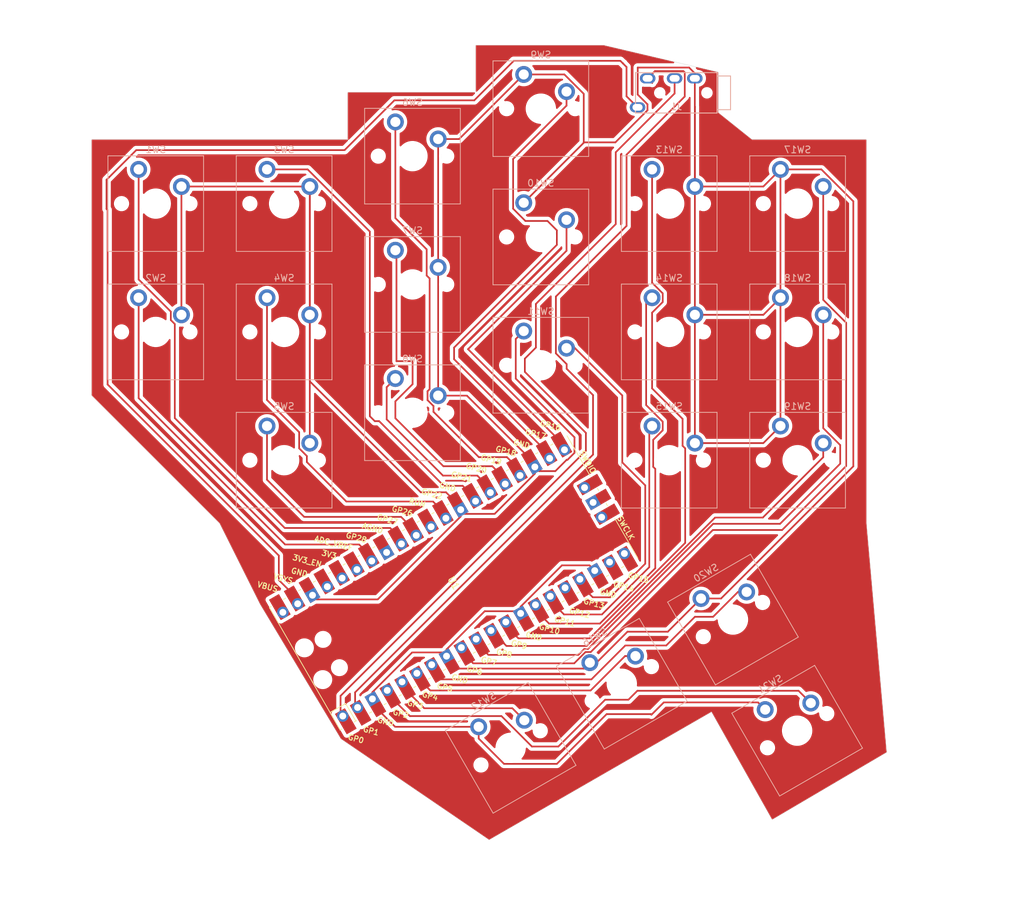
<source format=kicad_pcb>
(kicad_pcb (version 20221018) (generator pcbnew)
  (layers (0 "F.Cu" signal) (31 "B.Cu" signal) (34 "B.Paste" user) (35 "F.Paste" user) (36 "B.SilkS" user "B.Silkscreen") (37 "F.SilkS" user "F.Silkscreen") (38 "B.Mask" user) (39 "F.Mask" user) (44 "Edge.Cuts" user))
  (net 0 "")
  (net 1 "9")
  (net 2 "10")
  (net 3 "11")
  (net 4 "13")
  (net 5 "16")
  (net 6 "17")
  (net 7 "18")
  (net 8 "19")
  (net 9 "20")
  (net 10 "27")
  (net 11 "28")
  (net 12 "21")
  (net 13 "22")
  (net 14 "26")
  (net 15 "GND")
  (net 16 "3v3")
  (net 28 "0")
  (net 29 "1")
  (net 30 "3")
  (net 31 "4")
  (net 32 "6")
  (net 33 "7")
  (net 34 "8")
  (net 35 "5")
  (net 36 "2")
  (footprint "MCU_RaspberryPi_and_Boards:RPi_Pico_SMD_TH" (layer "F.Cu") (at 146.440088 105.218084 120)
    (fp_text reference "U1")
    (fp_text value "Pico")
  )
  (footprint "MJ-4PP-9:MJ-4PP-9" (layer "B.Cu") (at 179.485 32.395 180)
    (fp_text reference "J1")
    (fp_text value "MJ-4PP-9")
  )
  (footprint "ScottoKeebs_MX:MX_PCB_1.00u" (layer "B.Cu") (at 102.235 48.895 180)
    (fp_text reference "SW1")
    (fp_text value "CherryMX")
  )
  (footprint "ScottoKeebs_MX:MX_PCB_1.00u" (layer "B.Cu") (at 102.235 67.945 180)
    (fp_text reference "SW2")
    (fp_text value "CherryMX")
  )
  (footprint "ScottoKeebs_MX:MX_PCB_1.00u" (layer "B.Cu") (at 121.285 48.895 180)
    (fp_text reference "SW3")
    (fp_text value "CherryMX")
  )
  (footprint "ScottoKeebs_MX:MX_PCB_1.00u" (layer "B.Cu") (at 121.285 67.945 180)
    (fp_text reference "SW4")
    (fp_text value "CherryMX")
  )
  (footprint "ScottoKeebs_MX:MX_PCB_1.00u" (layer "B.Cu") (at 121.285 86.995 180)
    (fp_text reference "SW5")
    (fp_text value "CherryMX")
  )
  (footprint "ScottoKeebs_MX:MX_PCB_1.00u" (layer "B.Cu") (at 140.335 41.845 180)
    (fp_text reference "SW6")
    (fp_text value "CherryMX")
  )
  (footprint "ScottoKeebs_MX:MX_PCB_1.00u" (layer "B.Cu") (at 140.335 60.895 180)
    (fp_text reference "SW7")
    (fp_text value "CherryMX")
  )
  (footprint "ScottoKeebs_MX:MX_PCB_1.00u" (layer "B.Cu") (at 140.335 79.945 180)
    (fp_text reference "SW8")
    (fp_text value "CherryMX")
  )
  (footprint "ScottoKeebs_MX:MX_PCB_1.00u" (layer "B.Cu") (at 159.385 34.795 180)
    (fp_text reference "SW9")
    (fp_text value "CherryMX")
  )
  (footprint "ScottoKeebs_MX:MX_PCB_1.00u" (layer "B.Cu") (at 159.385 53.845 180)
    (fp_text reference "SW10")
    (fp_text value "CherryMX")
  )
  (footprint "ScottoKeebs_MX:MX_PCB_1.00u" (layer "B.Cu") (at 159.385 72.895 180)
    (fp_text reference "SW11")
    (fp_text value "CherryMX")
  )
  (footprint "ScottoKeebs_MX:MX_PCB_1.00u" (layer "B.Cu") (at 154.899859 129.709567 -150)
    (fp_text reference "SW12")
    (fp_text value "CherryMX")
  )
  (footprint "ScottoKeebs_MX:MX_PCB_1.00u" (layer "B.Cu") (at 178.435 48.895 180)
    (fp_text reference "SW13")
    (fp_text value "CherryMX")
  )
  (footprint "ScottoKeebs_MX:MX_PCB_1.00u" (layer "B.Cu") (at 178.435 67.945 180)
    (fp_text reference "SW14")
    (fp_text value "CherryMX")
  )
  (footprint "ScottoKeebs_MX:MX_PCB_1.00u" (layer "B.Cu") (at 178.435 86.995 180)
    (fp_text reference "SW15")
    (fp_text value "CherryMX")
  )
  (footprint "ScottoKeebs_MX:MX_PCB_1.00u" (layer "B.Cu") (at 171.397643 120.184567 -150)
    (fp_text reference "SW16")
    (fp_text value "CherryMX")
  )
  (footprint "ScottoKeebs_MX:MX_PCB_1.00u" (layer "B.Cu") (at 197.485 48.895 180)
    (fp_text reference "SW17")
    (fp_text value "CherryMX")
  )
  (footprint "ScottoKeebs_MX:MX_PCB_1.00u" (layer "B.Cu") (at 197.485 67.945 180)
    (fp_text reference "SW18")
    (fp_text value "CherryMX")
  )
  (footprint "ScottoKeebs_MX:MX_PCB_1.00u" (layer "B.Cu") (at 197.485 86.995 180)
    (fp_text reference "SW19")
    (fp_text value "CherryMX")
  )
  (footprint "ScottoKeebs_MX:MX_PCB_1.00u" (layer "B.Cu") (at 187.895427 110.659567 -150)
    (fp_text reference "SW20")
    (fp_text value "CherryMX")
  )
  (footprint "ScottoKeebs_MX:MX_PCB_1.00u" (layer "B.Cu") (at 197.420427 127.157351 -150)
    (fp_text reference "SW21")
    (fp_text value "CherryMX")
  )
  (gr_poly (pts (xy 92.71 39.37) (xy 130.71 39.37) (xy 130.71 32.37) (xy 149.71 32.37) (xy 149.71 25.37) (xy 168.71 25.37) (xy 185.71 29.37) (xy 185.71 35.37) (xy 190.71 39.37) (xy 207.71 39.37) (xy 207.71 96.37) (xy 210.71 130.37) (xy 193.71 140.37) (xy 184.71 124.37) (xy 151.71 143.37) (xy 129.71 128.37) (xy 117.71 108.37) (xy 111.71 96.37) (xy 92.71 77.37)) (stroke (width 0.05)) (fill none) (layer "Edge.Cuts"))
  (segment (start 175.895 60.64434) (end 177.47 62.21934) (width 0.25) (layer "F.Cu") (net 1))
  (segment (start 180.81 85.24066) (end 180.81 99.27) (width 0.25) (layer "F.Cu") (net 1))
  (segment (start 177.47 63.51066) (end 175.895 65.08566) (width 0.25) (layer "F.Cu") (net 1))
  (segment (start 175.895 76.335) (end 180.42 80.86) (width 0.25) (layer "F.Cu") (net 1))
  (segment (start 180.42 80.86) (end 180.42 84.85066) (width 0.25) (layer "F.Cu") (net 1))
  (segment (start 177.47 62.21934) (end 177.47 63.51066) (width 0.25) (layer "F.Cu") (net 1))
  (segment (start 175.895 65.08566) (end 175.895 76.335) (width 0.25) (layer "F.Cu") (net 1))
  (segment (start 180.81 99.27) (end 166.63 113.45) (width 0.25) (layer "F.Cu") (net 1))
  (segment (start 154.184645 111.574645) (end 154.184645 111.01205) (width 0.25) (layer "F.Cu") (net 1))
  (segment (start 156.06 113.45) (end 154.184645 111.574645) (width 0.25) (layer "F.Cu") (net 1))
  (segment (start 166.63 113.45) (end 156.06 113.45) (width 0.25) (layer "F.Cu") (net 1))
  (segment (start 175.895 43.815) (end 175.895 60.64434) (width 0.25) (layer "F.Cu") (net 1))
  (segment (start 180.42 84.85066) (end 180.81 85.24066) (width 0.25) (layer "F.Cu") (net 1))
  (segment (start 176.06 87.978757) (end 176.37 88.288757) (width 0.25) (layer "F.Cu") (net 2))
  (segment (start 177.47 81.26934) (end 177.47 82.56066) (width 0.25) (layer "F.Cu") (net 2))
  (segment (start 160.6 111.25) (end 158.584054 109.234054) (width 0.25) (layer "F.Cu") (net 2))
  (segment (start 175.014479 78.813819) (end 177.47 81.26934) (width 0.25) (layer "F.Cu") (net 2))
  (segment (start 175.014479 63.745521) (end 175.014479 78.813819) (width 0.25) (layer "F.Cu") (net 2))
  (segment (start 158.584054 109.234054) (end 158.584054 108.47205) (width 0.25) (layer "F.Cu") (net 2))
  (segment (start 168.15 111.25) (end 160.6 111.25) (width 0.25) (layer "F.Cu") (net 2))
  (segment (start 177.47 82.56066) (end 176.06 83.97066) (width 0.25) (layer "F.Cu") (net 2))
  (segment (start 175.895 62.865) (end 175.014479 63.745521) (width 0.25) (layer "F.Cu") (net 2))
  (segment (start 176.37 88.288757) (end 176.37 103.03) (width 0.25) (layer "F.Cu") (net 2))
  (segment (start 176.06 83.97066) (end 176.06 87.978757) (width 0.25) (layer "F.Cu") (net 2))
  (segment (start 176.37 103.03) (end 168.15 111.25) (width 0.25) (layer "F.Cu") (net 2))
  (segment (start 175.48 82.33) (end 175.48 102.87) (width 0.25) (layer "F.Cu") (net 3))
  (segment (start 175.48 102.87) (end 168.45 109.9) (width 0.25) (layer "F.Cu") (net 3))
  (segment (start 175.895 81.915) (end 175.48 82.33) (width 0.25) (layer "F.Cu") (net 3))
  (segment (start 162.83 109.9) (end 160.783758 107.853758) (width 0.25) (layer "F.Cu") (net 3))
  (segment (start 168.45 109.9) (end 162.83 109.9) (width 0.25) (layer "F.Cu") (net 3))
  (segment (start 160.783758 107.853758) (end 160.783758 107.20205) (width 0.25) (layer "F.Cu") (net 3))
  (segment (start 171.47 77.38) (end 171.47 87.323604) (width 0.25) (layer "F.Cu") (net 4))
  (segment (start 164.445 70.355) (end 171.47 77.38) (width 0.25) (layer "F.Cu") (net 4))
  (segment (start 171.47 87.323604) (end 174.88 90.733604) (width 0.25) (layer "F.Cu") (net 4))
  (segment (start 173.342983 103.897017) (end 173.122983 103.897017) (width 0.25) (layer "F.Cu") (net 4))
  (segment (start 167.09 107.35) (end 165.183167 105.443167) (width 0.25) (layer "F.Cu") (net 4))
  (segment (start 174.88 90.733604) (end 174.88 102.36) (width 0.25) (layer "F.Cu") (net 4))
  (segment (start 169.67 107.35) (end 167.09 107.35) (width 0.25) (layer "F.Cu") (net 4))
  (segment (start 174.88 102.36) (end 173.342983 103.897017) (width 0.25) (layer "F.Cu") (net 4))
  (segment (start 165.183167 105.443167) (end 165.183167 104.66205) (width 0.25) (layer "F.Cu") (net 4))
  (segment (start 163.195 70.355) (end 164.445 70.355) (width 0.25) (layer "F.Cu") (net 4))
  (segment (start 173.122983 103.897017) (end 169.67 107.35) (width 0.25) (layer "F.Cu") (net 4))
  (segment (start 148.58 70.509999) (end 162.892281 84.822281) (width 0.25) (layer "F.Cu") (net 5))
  (segment (start 163.195 51.305) (end 163.195 55.895) (width 0.25) (layer "F.Cu") (net 5))
  (segment (start 163.195 55.895) (end 148.58 70.509999) (width 0.25) (layer "F.Cu") (net 5))
  (segment (start 162.892281 84.822281) (end 162.892281 85.454118) (width 0.25) (layer "F.Cu") (net 5))
  (segment (start 160.692576 86.182576) (end 160.692576 86.724118) (width 0.25) (layer "F.Cu") (net 6))
  (segment (start 163.195 32.255) (end 163.195 34.343757) (width 0.25) (layer "F.Cu") (net 6))
  (segment (start 155.27 49.65) (end 157.09 51.47) (width 0.25) (layer "F.Cu") (net 6))
  (segment (start 160.368757 51.47) (end 161.76 52.861243) (width 0.25) (layer "F.Cu") (net 6))
  (segment (start 146.51 72) (end 160.692576 86.182576) (width 0.25) (layer "F.Cu") (net 6))
  (segment (start 161.76 55.02) (end 146.51 70.27) (width 0.25) (layer "F.Cu") (net 6))
  (segment (start 163.195 34.343757) (end 155.27 42.268757) (width 0.25) (layer "F.Cu") (net 6))
  (segment (start 146.51 70.27) (end 146.51 72) (width 0.25) (layer "F.Cu") (net 6))
  (segment (start 155.27 42.268757) (end 155.27 49.65) (width 0.25) (layer "F.Cu") (net 6))
  (segment (start 161.76 52.861243) (end 161.76 55.02) (width 0.25) (layer "F.Cu") (net 6))
  (segment (start 157.09 51.47) (end 160.368757 51.47) (width 0.25) (layer "F.Cu") (net 6))
  (segment (start 142.87967 76.44967) (end 142.57 76.75934) (width 0.25) (layer "F.Cu") (net 7))
  (segment (start 142.57 76.75934) (end 142.57 78.073604) (width 0.25) (layer "F.Cu") (net 7))
  (segment (start 143.45 79.81) (end 150.18 86.54) (width 0.25) (layer "F.Cu") (net 7))
  (segment (start 137.795 36.765) (end 137.795 51.045) (width 0.25) (layer "F.Cu") (net 7))
  (segment (start 150.18 86.54) (end 154.35 86.54) (width 0.25) (layer "F.Cu") (net 7))
  (segment (start 142.57 78.073604) (end 143.45 78.953604) (width 0.25) (layer "F.Cu") (net 7))
  (segment (start 137.795 51.045) (end 142.44 55.69) (width 0.25) (layer "F.Cu") (net 7))
  (segment (start 142.87967 60.00967) (end 142.87967 76.44967) (width 0.25) (layer "F.Cu") (net 7))
  (segment (start 143.45 78.953604) (end 143.45 79.81) (width 0.25) (layer "F.Cu") (net 7))
  (segment (start 156.293167 88.483167) (end 156.293167 89.264118) (width 0.25) (layer "F.Cu") (net 7))
  (segment (start 154.35 86.54) (end 156.293167 88.483167) (width 0.25) (layer "F.Cu") (net 7))
  (segment (start 142.44 59.57) (end 142.87967 60.00967) (width 0.25) (layer "F.Cu") (net 7))
  (segment (start 142.44 55.69) (end 142.44 59.57) (width 0.25) (layer "F.Cu") (net 7))
  (segment (start 137.795 78.26) (end 137.795 80.763757) (width 0.25) (layer "F.Cu") (net 8))
  (segment (start 154.093463 89.803463) (end 154.093463 90.534118) (width 0.25) (layer "F.Cu") (net 8))
  (segment (start 140.35 75.705) (end 137.795 78.26) (width 0.25) (layer "F.Cu") (net 8))
  (segment (start 137.795 80.763757) (end 144.921243 87.89) (width 0.25) (layer "F.Cu") (net 8))
  (segment (start 144.921243 87.89) (end 152.18 87.89) (width 0.25) (layer "F.Cu") (net 8))
  (segment (start 152.18 87.89) (end 154.093463 89.803463) (width 0.25) (layer "F.Cu") (net 8))
  (segment (start 140.35 72.29) (end 140.35 75.705) (width 0.25) (layer "F.Cu") (net 8))
  (segment (start 137.96 55.98) (end 137.96 72.29) (width 0.25) (layer "F.Cu") (net 8))
  (segment (start 137.96 72.29) (end 140.35 72.29) (width 0.25) (layer "F.Cu") (net 8))
  (segment (start 137.795 55.815) (end 137.96 55.98) (width 0.25) (layer "F.Cu") (net 8))
  (segment (start 136.505 80.925) (end 144.86 89.28) (width 0.25) (layer "F.Cu") (net 9))
  (segment (start 149.96 89.28) (end 151.893758 91.213758) (width 0.25) (layer "F.Cu") (net 9))
  (segment (start 151.893758 91.213758) (end 151.893758 91.804118) (width 0.25) (layer "F.Cu") (net 9))
  (segment (start 137.795 74.865) (end 136.505 76.155) (width 0.25) (layer "F.Cu") (net 9))
  (segment (start 144.86 89.28) (end 149.96 89.28) (width 0.25) (layer "F.Cu") (net 9))
  (segment (start 136.505 76.155) (end 136.505 80.925) (width 0.25) (layer "F.Cu") (net 9))
  (segment (start 104.47 64.93) (end 104.47 66.184847) (width 0.25) (layer "F.Cu") (net 10))
  (segment (start 138.695531 98.725531) (end 138.695531 99.424118) (width 0.25) (layer "F.Cu") (net 10))
  (segment (start 104.47 66.184847) (end 105.06 66.774847) (width 0.25) (layer "F.Cu") (net 10))
  (segment (start 137.03 97.06) (end 138.695531 98.725531) (width 0.25) (layer "F.Cu") (net 10))
  (segment (start 105.06 80.74) (end 121.38 97.06) (width 0.25) (layer "F.Cu") (net 10))
  (segment (start 99.695 60.155) (end 104.47 64.93) (width 0.25) (layer "F.Cu") (net 10))
  (segment (start 121.38 97.06) (end 137.03 97.06) (width 0.25) (layer "F.Cu") (net 10))
  (segment (start 105.06 66.774847) (end 105.06 80.74) (width 0.25) (layer "F.Cu") (net 10))
  (segment (start 99.695 43.815) (end 99.695 60.155) (width 0.25) (layer "F.Cu") (net 10))
  (segment (start 99.695 77.775) (end 121.43 99.51) (width 0.25) (layer "F.Cu") (net 11))
  (segment (start 121.43 99.51) (end 132.41 99.51) (width 0.25) (layer "F.Cu") (net 11))
  (segment (start 132.41 99.51) (end 134.296122 101.396122) (width 0.25) (layer "F.Cu") (net 11))
  (segment (start 99.695 62.865) (end 99.695 77.775) (width 0.25) (layer "F.Cu") (net 11))
  (segment (start 134.296122 101.396122) (end 134.296122 101.964118) (width 0.25) (layer "F.Cu") (net 11))
  (segment (start 124.77566 43.815) (end 134.005 53.04434) (width 0.25) (layer "F.Cu") (net 12))
  (segment (start 144.99 90.8) (end 147.79 90.8) (width 0.25) (layer "F.Cu") (net 12))
  (segment (start 147.79 90.8) (end 149.694054 92.704054) (width 0.25) (layer "F.Cu") (net 12))
  (segment (start 134.737233 81.195) (end 135.385 81.195) (width 0.25) (layer "F.Cu") (net 12))
  (segment (start 118.745 43.815) (end 124.77566 43.815) (width 0.25) (layer "F.Cu") (net 12))
  (segment (start 134.005 80.462767) (end 134.737233 81.195) (width 0.25) (layer "F.Cu") (net 12))
  (segment (start 149.694054 92.704054) (end 149.694054 93.074118) (width 0.25) (layer "F.Cu") (net 12))
  (segment (start 134.005 53.04434) (end 134.005 80.462767) (width 0.25) (layer "F.Cu") (net 12))
  (segment (start 135.385 81.195) (end 144.99 90.8) (width 0.25) (layer "F.Cu") (net 12))
  (segment (start 145.294645 95.044645) (end 145.294645 95.614118) (width 0.25) (layer "F.Cu") (net 13))
  (segment (start 123.52 82.83) (end 123.52 85.234847) (width 0.25) (layer "F.Cu") (net 13))
  (segment (start 124.66 86.374847) (end 124.66 87.27) (width 0.25) (layer "F.Cu") (net 13))
  (segment (start 123.52 85.234847) (end 124.66 86.374847) (width 0.25) (layer "F.Cu") (net 13))
  (segment (start 143.38 93.13) (end 145.294645 95.044645) (width 0.25) (layer "F.Cu") (net 13))
  (segment (start 118.745 62.865) (end 118.745 78.055) (width 0.25) (layer "F.Cu") (net 13))
  (segment (start 130.52 93.13) (end 143.38 93.13) (width 0.25) (layer "F.Cu") (net 13))
  (segment (start 118.745 78.055) (end 123.52 82.83) (width 0.25) (layer "F.Cu") (net 13))
  (segment (start 124.66 87.27) (end 130.52 93.13) (width 0.25) (layer "F.Cu") (net 13))
  (segment (start 118.745 81.915) (end 118.745 89.895) (width 0.25) (layer "F.Cu") (net 14))
  (segment (start 138.64 95.41) (end 140.895236 97.665236) (width 0.25) (layer "F.Cu") (net 14))
  (segment (start 124.26 95.41) (end 138.64 95.41) (width 0.25) (layer "F.Cu") (net 14))
  (segment (start 118.745 89.895) (end 124.26 95.41) (width 0.25) (layer "F.Cu") (net 14))
  (segment (start 140.895236 97.665236) (end 140.895236 98.154118) (width 0.25) (layer "F.Cu") (net 14))
  (segment (start 150.160154 128.328619) (end 150.160154 126.580158) (width 0.25) (layer "F.Cu") (net 15))
  (segment (start 182.235 46.345) (end 182.245 46.355) (width 0.25) (layer "F.Cu") (net 15))
  (segment (start 158.492872 87.994118) (end 159.115115 88.616361) (width 0.25) (layer "F.Cu") (net 15))
  (segment (start 205.76 48.56) (end 201.015 43.815) (width 0.25) (layer "F.Cu") (net 15))
  (segment (start 158.492872 88.996276) (end 158.492872 87.994118) (width 0.25) (layer "F.Cu") (net 15))
  (segment (start 164.378403 85.899859) (end 164.378403 83.598403) (width 0.25) (layer "F.Cu") (net 15))
  (segment (start 140.287196 115.54) (end 144.833777 115.54) (width 0.25) (layer "F.Cu") (net 15))
  (segment (start 175.208731 35.037512) (end 170.446243 39.8) (width 0.25) (layer "F.Cu") (net 15))
  (segment (start 134.387304 121.439892) (end 140.287196 115.54) (width 0.25) (layer "F.Cu") (net 15))
  (segment (start 125.497304 107.044118) (end 126.119547 107.666361) (width 0.25) (layer "F.Cu") (net 15))
  (segment (start 205.76 87.9) (end 205.76 48.56) (width 0.25) (layer "F.Cu") (net 15))
  (segment (start 150.160154 126.580158) (end 137.760158 126.580158) (width 0.25) (layer "F.Cu") (net 15))
  (segment (start 152.522787 94.966361) (end 158.492872 88.996276) (width 0.25) (layer "F.Cu") (net 15))
  (segment (start 156.384349 109.74205) (end 156.384349 108.739892) (width 0.25) (layer "F.Cu") (net 15))
  (segment (start 166.657938 117.055158) (end 165.777417 117.935679) (width 0.25) (layer "F.Cu") (net 15))
  (segment (start 106.045 46.355) (end 125.095 46.355) (width 0.25) (layer "F.Cu") (net 15))
  (segment (start 182.245 46.355) (end 182.245 65.405) (width 0.25) (layer "F.Cu") (net 15))
  (segment (start 183.155722 107.530158) (end 178.22588 112.46) (width 0.25) (layer "F.Cu") (net 15))
  (segment (start 141.57 91.76) (end 145.31 91.76) (width 0.25) (layer "F.Cu") (net 15))
  (segment (start 153.916102 132.084567) (end 150.160154 128.328619) (width 0.25) (layer "F.Cu") (net 15))
  (segment (start 177.63 122.96) (end 175.8 124.79) (width 0.25) (layer "F.Cu") (net 15))
  (segment (start 144.145 39.305) (end 144.145 58.355) (width 0.25) (layer "F.Cu") (net 15))
  (segment (start 148.405 77.405) (end 158.492872 87.492872) (width 0.25) (layer "F.Cu") (net 15))
  (segment (start 144.145 77.405) (end 148.405 77.405) (width 0.25) (layer "F.Cu") (net 15))
  (segment (start 194.945 62.865) (end 194.945 81.915) (width 0.25) (layer "F.Cu") (net 15))
  (segment (start 181.38 28.69) (end 173.761269 28.69) (width 0.25) (layer "F.Cu") (net 15))
  (segment (start 145.385827 116.09205) (end 145.385827 115.089891) (width 0.25) (layer "F.Cu") (net 15))
  (segment (start 156.384349 108.739892) (end 162.514241 102.61) (width 0.25) (layer "F.Cu") (net 15))
  (segment (start 169.15 124.7) (end 161.765433 132.084567) (width 0.25) (layer "F.Cu") (net 15))
  (segment (start 162.514241 102.61) (end 166.600822 102.61) (width 0.25) (layer "F.Cu") (net 15))
  (segment (start 144.145 39.305) (end 147.255 39.305) (width 0.25) (layer "F.Cu") (net 15))
  (segment (start 182.245 34.505) (end 182.235 34.495) (width 0.25) (layer "F.Cu") (net 15))
  (segment (start 182.245 46.355) (end 182.245 34.505) (width 0.25) (layer "F.Cu") (net 15))
  (segment (start 162.87566 29.715) (end 165.75 32.58934) (width 0.25) (layer "F.Cu") (net 15))
  (segment (start 182.235 30.295) (end 182.235 29.545) (width 0.25) (layer "F.Cu") (net 15))
  (segment (start 182.245 84.455) (end 182.245 65.405) (width 0.25) (layer "F.Cu") (net 15))
  (segment (start 156.062299 109.42) (end 156.384349 109.74205) (width 0.25) (layer "F.Cu") (net 15))
  (segment (start 165.75 32.74) (end 165.75 39.8) (width 0.25) (layer "F.Cu") (net 15))
  (segment (start 125.095 65.405) (end 125.095 84.455) (width 0.25) (layer "F.Cu") (net 15))
  (segment (start 165.75 32.58934) (end 165.75 32.74) (width 0.25) (layer "F.Cu") (net 15))
  (segment (start 165.75 39.86) (end 156.845 48.765) (width 0.25) (layer "F.Cu") (net 15))
  (segment (start 182.235 30.295) (end 182.235 46.345) (width 0.25) (layer "F.Cu") (net 15))
  (segment (start 144.145 58.355) (end 144.145 77.405) (width 0.25) (layer "F.Cu") (net 15))
  (segment (start 164.378403 83.598403) (end 155.66 74.88) (width 0.25) (layer "F.Cu") (net 15))
  (segment (start 191.61278 122.96) (end 177.63 122.96) (width 0.25) (layer "F.Cu") (net 15))
  (segment (start 192.680722 124.027942) (end 191.61278 122.96) (width 0.25) (layer "F.Cu") (net 15))
  (segment (start 151.055718 109.42) (end 156.062299 109.42) (width 0.25) (layer "F.Cu") (net 15))
  (segment (start 166.600822 102.61) (end 167.382872 103.39205) (width 0.25) (layer "F.Cu") (net 15))
  (segment (start 201.015 43.815) (end 194.945 43.815) (width 0.25) (layer "F.Cu") (net 15))
  (segment (start 159.115115 88.616361) (end 161.537243 88.616361) (width 0.25) (layer "F.Cu") (net 15))
  (segment (start 147.494349 95.346277) (end 147.494349 94.344118) (width 0.25) (layer "F.Cu") (net 15))
  (segment (start 182.245 65.405) (end 192.405 65.405) (width 0.25) (layer "F.Cu") (net 15))
  (segment (start 192.405 84.455) (end 194.945 81.915) (width 0.25) (layer "F.Cu") (net 15))
  (segment (start 182.235 29.545) (end 181.38 28.69) (width 0.25) (layer "F.Cu") (net 15))
  (segment (start 155.66 74.88) (end 155.66 69) (width 0.25) (layer "F.Cu") (net 15))
  (segment (start 106.045 46.355) (end 106.045 65.405) (width 0.25) (layer "F.Cu") (net 15))
  (segment (start 173.761269 32.701438) (end 175.208731 34.1489) (width 0.25) (layer "F.Cu") (net 15))
  (segment (start 165.75 39.8) (end 165.75 39.86) (width 0.25) (layer "F.Cu") (net 15))
  (segment (start 156.845 29.715) (end 162.87566 29.715) (width 0.25) (layer "F.Cu") (net 15))
  (segment (start 147.494349 93.944349) (end 147.494349 94.344118) (width 0.25) (layer "F.Cu") (net 15))
  (segment (start 148.116592 94.966361) (end 152.522787 94.966361) (width 0.25) (layer "F.Cu") (net 15))
  (segment (start 172.24 112.46) (end 167.644842 117.055158) (width 0.25) (layer "F.Cu") (net 15))
  (segment (start 182.245 84.455) (end 192.405 84.455) (width 0.25) (layer "F.Cu") (net 15))
  (segment (start 163.213365 86.940239) (end 163.338023 86.940239) (width 0.25) (layer "F.Cu") (net 15))
  (segment (start 175.208731 34.1489) (end 175.208731 35.037512) (width 0.25) (layer "F.Cu") (net 15))
  (segment (start 178.22588 112.46) (end 172.24 112.46) (width 0.25) (layer "F.Cu") (net 15))
  (segment (start 125.095 46.355) (end 125.095 75.285) (width 0.25) (layer "F.Cu") (net 15))
  (segment (start 165.777417 117.935679) (end 147.229456 117.935679) (width 0.25) (layer "F.Cu") (net 15))
  (segment (start 183.155722 107.530158) (end 186.129842 107.530158) (width 0.25) (layer "F.Cu") (net 15))
  (segment (start 135.174265 107.666361) (end 147.494349 95.346277) (width 0.25) (layer "F.Cu") (net 15))
  (segment (start 182.245 46.355) (end 192.405 46.355) (width 0.25) (layer "F.Cu") (net 15))
  (segment (start 125.095 46.355) (end 125.095 65.405) (width 0.25) (layer "F.Cu") (net 15))
  (segment (start 163.338023 86.940239) (end 164.378403 85.899859) (width 0.25) (layer "F.Cu") (net 15))
  (segment (start 170.446243 39.8) (end 165.75 39.8) (width 0.25) (layer "F.Cu") (net 15))
  (segment (start 161.765433 132.084567) (end 153.916102 132.084567) (width 0.25) (layer "F.Cu") (net 15))
  (segment (start 192.405 46.355) (end 194.945 43.815) (width 0.25) (layer "F.Cu") (net 15))
  (segment (start 145.385827 115.089891) (end 151.055718 109.42) (width 0.25) (layer "F.Cu") (net 15))
  (segment (start 137.760158 126.580158) (end 134.387304 123.207304) (width 0.25) (layer "F.Cu") (net 15))
  (segment (start 194.945 43.815) (end 194.945 62.865) (width 0.25) (layer "F.Cu") (net 15))
  (segment (start 134.387304 122.44205) (end 134.387304 121.439892) (width 0.25) (layer "F.Cu") (net 15))
  (segment (start 155.66 69) (end 156.845 67.815) (width 0.25) (layer "F.Cu") (net 15))
  (segment (start 161.537243 88.616361) (end 163.213365 86.940239) (width 0.25) (layer "F.Cu") (net 15))
  (segment (start 147.229456 117.935679) (end 145.385827 116.09205) (width 0.25) (layer "F.Cu") (net 15))
  (segment (start 144.833777 115.54) (end 145.385827 116.09205) (width 0.25) (layer "F.Cu") (net 15))
  (segment (start 175.71 124.7) (end 169.15 124.7) (width 0.25) (layer "F.Cu") (net 15))
  (segment (start 134.387304 123.207304) (end 134.387304 122.44205) (width 0.25) (layer "F.Cu") (net 15))
  (segment (start 145.31 91.76) (end 147.494349 93.944349) (width 0.25) (layer "F.Cu") (net 15))
  (segment (start 147.255 39.305) (end 156.845 29.715) (width 0.25) (layer "F.Cu") (net 15))
  (segment (start 186.129842 107.530158) (end 205.76 87.9) (width 0.25) (layer "F.Cu") (net 15))
  (segment (start 175.8 124.79) (end 175.71 124.7) (width 0.25) (layer "F.Cu") (net 15))
  (segment (start 126.119547 107.666361) (end 135.174265 107.666361) (width 0.25) (layer "F.Cu") (net 15))
  (segment (start 147.494349 94.344118) (end 148.116592 94.966361) (width 0.25) (layer "F.Cu") (net 15))
  (segment (start 158.492872 87.492872) (end 158.492872 87.994118) (width 0.25) (layer "F.Cu") (net 15))
  (segment (start 173.761269 28.69) (end 173.761269 32.701438) (width 0.25) (layer "F.Cu") (net 15))
  (segment (start 167.644842 117.055158) (end 166.657938 117.055158) (width 0.25) (layer "F.Cu") (net 15))
  (segment (start 125.095 75.285) (end 141.57 91.76) (width 0.25) (layer "F.Cu") (net 15))
  (segment (start 192.405 65.405) (end 194.945 62.865) (width 0.25) (layer "F.Cu") (net 15))
  (segment (start 171.57 28.08) (end 171.62 28.08) (width 0.25) (layer "F.Cu") (net 16))
  (segment (start 95.0875 75.7475) (end 95.0875 49.8425) (width 0.25) (layer "F.Cu") (net 16))
  (segment (start 94.93 49.685) (end 94.93 45.36) (width 0.25) (layer "F.Cu") (net 16))
  (segment (start 94.93 45.36) (end 99.34 40.95) (width 0.25) (layer "F.Cu") (net 16))
  (segment (start 149.5 33.56) (end 155.37 27.69) (width 0.25) (layer "F.Cu") (net 16))
  (segment (start 172.1 32.96) (end 172.1 28.61) (width 0.25) (layer "F.Cu") (net 16))
  (segment (start 155.37 27.69) (end 171.18 27.69) (width 0.25) (layer "F.Cu") (net 16))
  (segment (start 95.0875 49.8425) (end 94.93 49.685) (width 0.25) (layer "F.Cu") (net 16))
  (segment (start 99.34 40.95) (end 130.26 40.95) (width 0.25) (layer "F.Cu") (net 16))
  (segment (start 120.499327 101.159327) (end 95.0875 75.7475) (width 0.25) (layer "F.Cu") (net 16))
  (segment (start 123.2976 107.5876) (end 120.499327 104.789327) (width 0.25) (layer "F.Cu") (net 16))
  (segment (start 171.18 27.69) (end 171.57 28.08) (width 0.25) (layer "F.Cu") (net 16))
  (segment (start 120.499327 104.789327) (end 120.499327 101.159327) (width 0.25) (layer "F.Cu") (net 16))
  (segment (start 130.26 40.95) (end 137.65 33.56) (width 0.25) (layer "F.Cu") (net 16))
  (segment (start 137.65 33.56) (end 149.5 33.56) (width 0.25) (layer "F.Cu") (net 16))
  (segment (start 172.1 28.61) (end 171.57 28.08) (width 0.25) (layer "F.Cu") (net 16))
  (segment (start 173.735 34.595) (end 172.1 32.96) (width 0.25) (layer "F.Cu") (net 16))
  (segment (start 123.2976 108.314118) (end 123.2976 107.5876) (width 0.25) (layer "F.Cu") (net 16))
  (segment (start 179.235 30.295) (end 179.235 32.535) (width 0.25) (layer "F.Cu") (net 28))
  (segment (start 170.5 51.94) (end 158.65 63.79) (width 0.25) (layer "F.Cu") (net 28))
  (segment (start 129.66 124.654155) (end 129.987895 124.98205) (width 0.25) (layer "F.Cu") (net 28))
  (segment (start 166.07 82.938757) (end 166.07 85.58) (width 0.25) (layer "F.Cu") (net 28))
  (segment (start 129.66 121.99) (end 129.66 124.654155) (width 0.25) (layer "F.Cu") (net 28))
  (segment (start 170.5 41.27) (end 170.5 51.94) (width 0.25) (layer "F.Cu") (net 28))
  (segment (start 179.235 32.535) (end 170.5 41.27) (width 0.25) (layer "F.Cu") (net 28))
  (segment (start 157.01 71.911243) (end 157.01 73.878757) (width 0.25) (layer "F.Cu") (net 28))
  (segment (start 158.65 63.79) (end 158.65 70.271243) (width 0.25) (layer "F.Cu") (net 28))
  (segment (start 166.07 85.58) (end 129.66 121.99) (width 0.25) (layer "F.Cu") (net 28))
  (segment (start 158.65 70.271243) (end 157.01 71.911243) (width 0.25) (layer "F.Cu") (net 28))
  (segment (start 157.01 73.878757) (end 166.07 82.938757) (width 0.25) (layer "F.Cu") (net 28))
  (segment (start 161.62 71.134848) (end 163.215 72.729848) (width 0.25) (layer "F.Cu") (net 29))
  (segment (start 176.31 29.22) (end 180.54 29.22) (width 0.25) (layer "F.Cu") (net 29))
  (segment (start 172.105 41.625) (end 172.105 52.205) (width 0.25) (layer "F.Cu") (net 29))
  (segment (start 180.74 32.99) (end 172.105 41.625) (width 0.25) (layer "F.Cu") (net 29))
  (segment (start 175.235 30.295) (end 176.31 29.22) (width 0.25) (layer "F.Cu") (net 29))
  (segment (start 180.74 29.42) (end 180.74 32.99) (width 0.25) (layer "F.Cu") (net 29))
  (segment (start 131.82 121.47) (end 131.82 123.34445) (width 0.25) (layer "F.Cu") (net 29))
  (segment (start 167.13 77.327767) (end 167.13 86.16) (width 0.25) (layer "F.Cu") (net 29))
  (segment (start 163.215 72.729848) (end 163.215 73.412767) (width 0.25) (layer "F.Cu") (net 29))
  (segment (start 175.235 30.295) (end 175.922936 30.982936) (width 0.25) (layer "F.Cu") (net 29))
  (segment (start 131.82 123.34445) (end 132.1876 123.71205) (width 0.25) (layer "F.Cu") (net 29))
  (segment (start 167.13 86.16) (end 131.82 121.47) (width 0.25) (layer "F.Cu") (net 29))
  (segment (start 172.105 52.205) (end 161.62 62.69) (width 0.25) (layer "F.Cu") (net 29))
  (segment (start 163.215 73.412767) (end 167.13 77.327767) (width 0.25) (layer "F.Cu") (net 29))
  (segment (start 180.54 29.22) (end 180.74 29.42) (width 0.25) (layer "F.Cu") (net 29))
  (segment (start 161.62 62.69) (end 161.62 71.134848) (width 0.25) (layer "F.Cu") (net 29))
  (segment (start 155.154554 123.83) (end 142.08 123.83) (width 0.25) (layer "F.Cu") (net 30))
  (segment (start 138.786713 120.536713) (end 138.786713 119.90205) (width 0.25) (layer "F.Cu") (net 30))
  (segment (start 156.929416 125.604862) (end 155.154554 123.83) (width 0.25) (layer "F.Cu") (net 30))
  (segment (start 142.08 123.83) (end 138.786713 120.536713) (width 0.25) (layer "F.Cu") (net 30))
  (segment (start 142.99 121.19) (end 140.986418 119.186418) (width 0.25) (layer "F.Cu") (net 31))
  (segment (start 140.986418 119.186418) (end 140.986418 118.63205) (width 0.25) (layer "F.Cu") (net 31))
  (segment (start 173.4272 116.079862) (end 171.875172 116.079862) (width 0.25) (layer "F.Cu") (net 31))
  (segment (start 171.875172 116.079862) (end 166.765034 121.19) (width 0.25) (layer "F.Cu") (net 31))
  (segment (start 166.765034 121.19) (end 142.99 121.19) (width 0.25) (layer "F.Cu") (net 31))
  (segment (start 201.295 63.18434) (end 204.7 66.58934) (width 0.25) (layer "F.Cu") (net 32))
  (segment (start 147.585531 114.82205) (end 148.91 116.146519) (width 0.25) (layer "F.Cu") (net 32))
  (segment (start 147.585531 115.395531) (end 147.585531 114.82205) (width 0.25) (layer "F.Cu") (net 32))
  (segment (start 184.909188 97.36) (end 166.78903 115.480158) (width 0.25) (layer "F.Cu") (net 32))
  (segment (start 166.012278 115.480158) (end 164.332436 117.16) (width 0.25) (layer "F.Cu") (net 32))
  (segment (start 148.91 116.146519) (end 148.91 116.645) (width 0.25) (layer "F.Cu") (net 32))
  (segment (start 166.78903 115.480158) (end 166.012278 115.480158) (width 0.25) (layer "F.Cu") (net 32))
  (segment (start 149.35 117.16) (end 147.585531 115.395531) (width 0.25) (layer "F.Cu") (net 32))
  (segment (start 195.19 97.36) (end 184.909188 97.36) (width 0.25) (layer "F.Cu") (net 32))
  (segment (start 204.7 66.58934) (end 204.7 87.85) (width 0.25) (layer "F.Cu") (net 32))
  (segment (start 201.295 46.355) (end 201.295 63.18434) (width 0.25) (layer "F.Cu") (net 32))
  (segment (start 164.332436 117.16) (end 149.35 117.16) (width 0.25) (layer "F.Cu") (net 32))
  (segment (start 204.7 87.85) (end 195.19 97.36) (width 0.25) (layer "F.Cu") (net 32))
  (segment (start 201.295 82.23434) (end 203.815 84.75434) (width 0.25) (layer "F.Cu") (net 33))
  (segment (start 203.815 84.75434) (end 203.815 87.512767) (width 0.25) (layer "F.Cu") (net 33))
  (segment (start 201.295 65.405) (end 201.295 82.23434) (width 0.25) (layer "F.Cu") (net 33))
  (segment (start 194.887767 96.44) (end 184.96 96.44) (width 0.25) (layer "F.Cu") (net 33))
  (segment (start 203.815 87.512767) (end 194.887767 96.44) (width 0.25) (layer "F.Cu") (net 33))
  (segment (start 151.6 115.9) (end 149.785236 114.085236) (width 0.25) (layer "F.Cu") (net 33))
  (segment (start 165.825882 115.030158) (end 164.95604 115.9) (width 0.25) (layer "F.Cu") (net 33))
  (segment (start 149.785236 114.085236) (end 149.785236 113.55205) (width 0.25) (layer "F.Cu") (net 33))
  (segment (start 166.369842 115.030158) (end 165.825882 115.030158) (width 0.25) (layer "F.Cu") (net 33))
  (segment (start 164.95604 115.9) (end 151.6 115.9) (width 0.25) (layer "F.Cu") (net 33))
  (segment (start 184.96 96.44) (end 166.369842 115.030158) (width 0.25) (layer "F.Cu") (net 33))
  (segment (start 154.283048 114.580158) (end 151.98494 112.28205) (width 0.25) (layer "F.Cu") (net 34))
  (segment (start 166.183446 114.580158) (end 154.283048 114.580158) (width 0.25) (layer "F.Cu") (net 34))
  (segment (start 192.328757 95.51) (end 185.253604 95.51) (width 0.25) (layer "F.Cu") (net 34))
  (segment (start 201.295 84.455) (end 201.295 86.543757) (width 0.25) (layer "F.Cu") (net 34))
  (segment (start 201.295 86.543757) (end 192.328757 95.51) (width 0.25) (layer "F.Cu") (net 34))
  (segment (start 185.253604 95.51) (end 166.183446 114.580158) (width 0.25) (layer "F.Cu") (net 34))
  (segment (start 143.186122 118.196122) (end 143.186122 117.36205) (width 0.25) (layer "F.Cu") (net 35))
  (segment (start 188.641375 106.554862) (end 184.95 110.246237) (width 0.25) (layer "F.Cu") (net 35))
  (segment (start 177.995138 114.504862) (end 171.925138 114.504862) (width 0.25) (layer "F.Cu") (net 35))
  (segment (start 189.924984 106.554862) (end 188.641375 106.554862) (width 0.25) (layer "F.Cu") (net 35))
  (segment (start 144.53 119.54) (end 143.186122 118.196122) (width 0.25) (layer "F.Cu") (net 35))
  (segment (start 166.89 119.54) (end 144.53 119.54) (width 0.25) (layer "F.Cu") (net 35))
  (segment (start 182.253763 110.246237) (end 177.995138 114.504862) (width 0.25) (layer "F.Cu") (net 35))
  (segment (start 184.95 110.246237) (end 182.253763 110.246237) (width 0.25) (layer "F.Cu") (net 35))
  (segment (start 171.925138 114.504862) (end 166.89 119.54) (width 0.25) (layer "F.Cu") (net 35))
  (segment (start 136.587009 121.627009) (end 136.587009 121.17205) (width 0.25) (layer "F.Cu") (net 36))
  (segment (start 173.710967 121.23) (end 172.3814 122.559567) (width 0.25) (layer "F.Cu") (net 36))
  (segment (start 172.3814 122.559567) (end 168.931001 122.559567) (width 0.25) (layer "F.Cu") (net 36))
  (segment (start 168.931001 122.559567) (end 161.980568 129.51) (width 0.25) (layer "F.Cu") (net 36))
  (segment (start 199.449984 123.052646) (end 197.627338 121.23) (width 0.25) (layer "F.Cu") (net 36))
  (segment (start 158.059049 129.51) (end 153.539049 124.99) (width 0.25) (layer "F.Cu") (net 36))
  (segment (start 197.627338 121.23) (end 173.710967 121.23) (width 0.25) (layer "F.Cu") (net 36))
  (segment (start 139.95 124.99) (end 136.587009 121.627009) (width 0.25) (layer "F.Cu") (net 36))
  (segment (start 153.539049 124.99) (end 139.95 124.99) (width 0.25) (layer "F.Cu") (net 36))
  (segment (start 161.980568 129.51) (end 158.059049 129.51) (width 0.25) (layer "F.Cu") (net 36))
  (zone (net 0) (net_name "") (layer "F.Cu") (connect_pads (clearance 0.508)) (min_thickness 0.25) (fill yes (thermal_gap 0.5) (thermal_bridge_width 0.5) (island_removal_mode 1) (island_area_min 10))
    (polygon (pts (xy 217.44 21.78) (xy 79.12 18.66) (xy 104.77 152.42) (xy 231.11 148.59) (xy 221.52 25.37) (xy 217.44 21.54)))
  )
)
</source>
